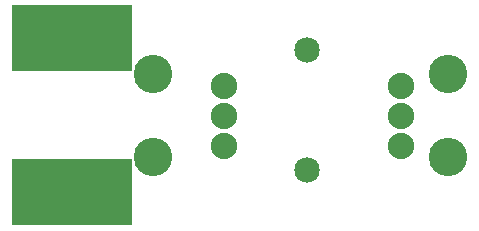
<source format=gts>
G04 MADE WITH FRITZING*
G04 WWW.FRITZING.ORG*
G04 DOUBLE SIDED*
G04 HOLES PLATED*
G04 CONTOUR ON CENTER OF CONTOUR VECTOR*
%ASAXBY*%
%FSLAX23Y23*%
%MOIN*%
%OFA0B0*%
%SFA1.0B1.0*%
%ADD10C,0.085000*%
%ADD11C,0.088000*%
%ADD12C,0.128110*%
%ADD13R,0.403701X0.222599*%
%LNMASK1*%
G90*
G70*
G54D10*
X987Y608D03*
X987Y208D03*
G54D11*
X1302Y490D03*
X1302Y390D03*
X1302Y290D03*
X711Y490D03*
X711Y390D03*
X711Y290D03*
G54D12*
X1459Y254D03*
X1459Y530D03*
X475Y530D03*
X475Y254D03*
G54D13*
X205Y136D03*
X205Y648D03*
G04 End of Mask1*
M02*
</source>
